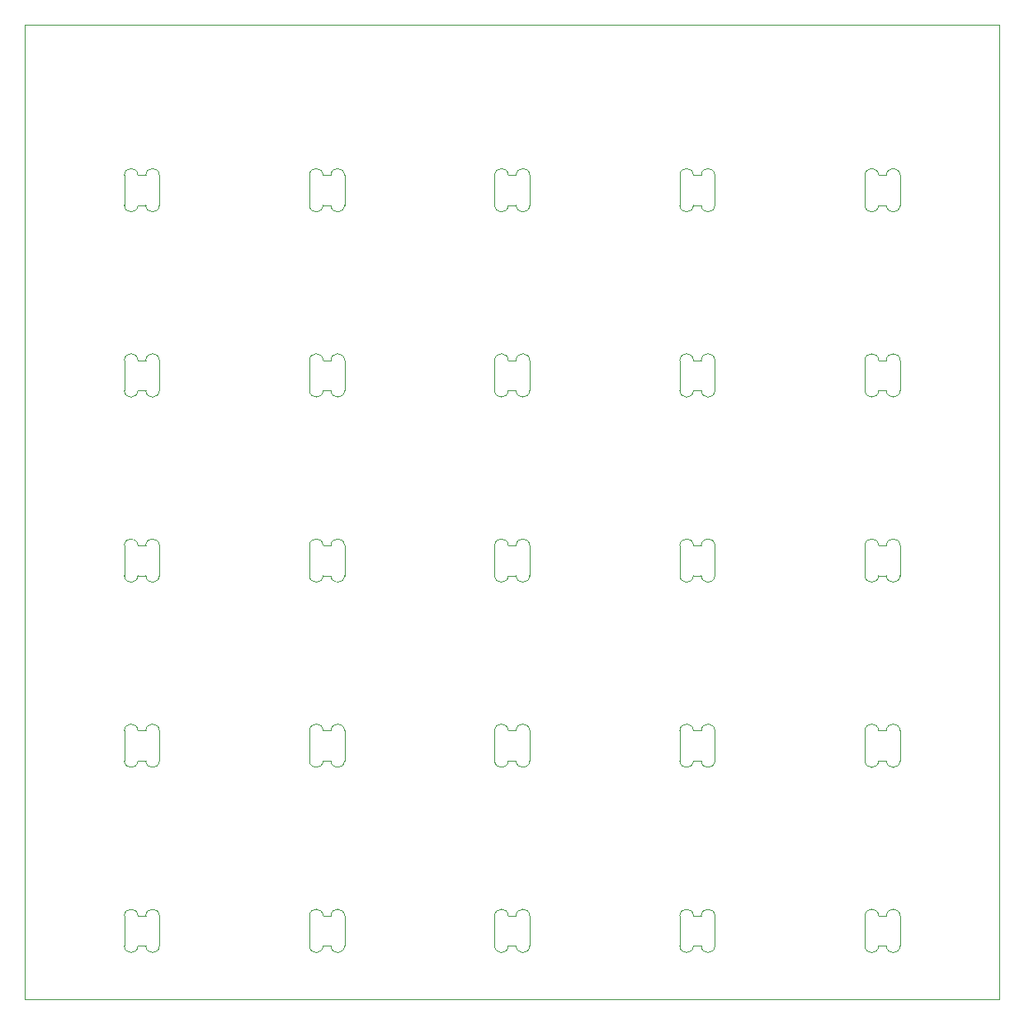
<source format=gm1>
G04 #@! TF.GenerationSoftware,KiCad,Pcbnew,(6.0.5)*
G04 #@! TF.CreationDate,2022-06-26T21:28:20+02:00*
G04 #@! TF.ProjectId,5x5x2-part1,35783578-322d-4706-9172-74312e6b6963,rev?*
G04 #@! TF.SameCoordinates,Original*
G04 #@! TF.FileFunction,Profile,NP*
%FSLAX46Y46*%
G04 Gerber Fmt 4.6, Leading zero omitted, Abs format (unit mm)*
G04 Created by KiCad (PCBNEW (6.0.5)) date 2022-06-26 21:28:20*
%MOMM*%
%LPD*%
G01*
G04 APERTURE LIST*
G04 #@! TA.AperFunction,Profile*
%ADD10C,0.100000*%
G04 #@! TD*
G04 #@! TA.AperFunction,Profile*
%ADD11C,0.120000*%
G04 #@! TD*
G04 APERTURE END LIST*
D10*
X36000000Y-38000000D02*
X136000000Y-38000000D01*
X36000000Y-138000000D02*
X36000000Y-38000000D01*
X136000000Y-138000000D02*
X36000000Y-138000000D01*
X136000000Y-38000000D02*
X136000000Y-138000000D01*
D11*
X103200000Y-94550000D02*
X103200000Y-91450000D01*
X106800000Y-91450000D02*
X106800000Y-94550000D01*
X105400000Y-94550000D02*
X104600000Y-94550000D01*
X104600000Y-91450000D02*
X105400000Y-91450000D01*
X104600000Y-91450000D02*
G75*
G03*
X103200000Y-91450000I-700000J-25056D01*
G01*
X103200000Y-94550000D02*
G75*
G03*
X104600000Y-94550000I700000J25056D01*
G01*
X105400000Y-94550000D02*
G75*
G03*
X106800000Y-94550000I700000J25056D01*
G01*
X106800000Y-91450000D02*
G75*
G03*
X105400000Y-91450000I-700000J-25056D01*
G01*
X125800000Y-129450000D02*
X125800000Y-132550000D01*
X124400000Y-132550000D02*
X123600000Y-132550000D01*
X122200000Y-132550000D02*
X122200000Y-129450000D01*
X123600000Y-129450000D02*
X124400000Y-129450000D01*
X125800000Y-129450000D02*
G75*
G03*
X124400000Y-129450000I-700000J-25056D01*
G01*
X123600000Y-129450000D02*
G75*
G03*
X122200000Y-129450000I-700000J-25056D01*
G01*
X124400000Y-132550000D02*
G75*
G03*
X125800000Y-132550000I700000J25056D01*
G01*
X122200000Y-132550000D02*
G75*
G03*
X123600000Y-132550000I700000J25056D01*
G01*
X84200000Y-132550000D02*
X84200000Y-129450000D01*
X85600000Y-129450000D02*
X86400000Y-129450000D01*
X86400000Y-132550000D02*
X85600000Y-132550000D01*
X87800000Y-129450000D02*
X87800000Y-132550000D01*
X86400000Y-132550000D02*
G75*
G03*
X87800000Y-132550000I700000J25056D01*
G01*
X87800000Y-129450000D02*
G75*
G03*
X86400000Y-129450000I-700000J-25056D01*
G01*
X84200000Y-132550000D02*
G75*
G03*
X85600000Y-132550000I700000J25056D01*
G01*
X85600000Y-129450000D02*
G75*
G03*
X84200000Y-129450000I-700000J-25056D01*
G01*
X123600000Y-110450000D02*
X124400000Y-110450000D01*
X125800000Y-110450000D02*
X125800000Y-113550000D01*
X122200000Y-113550000D02*
X122200000Y-110450000D01*
X124400000Y-113550000D02*
X123600000Y-113550000D01*
X122200000Y-113550000D02*
G75*
G03*
X123600000Y-113550000I700000J25056D01*
G01*
X125800000Y-110450000D02*
G75*
G03*
X124400000Y-110450000I-700000J-25056D01*
G01*
X124400000Y-113550000D02*
G75*
G03*
X125800000Y-113550000I700000J25056D01*
G01*
X123600000Y-110450000D02*
G75*
G03*
X122200000Y-110450000I-700000J-25056D01*
G01*
X49800000Y-129450000D02*
X49800000Y-132550000D01*
X47600000Y-129450000D02*
X48400000Y-129450000D01*
X48400000Y-132550000D02*
X47600000Y-132550000D01*
X46200000Y-132550000D02*
X46200000Y-129450000D01*
X47600000Y-129450000D02*
G75*
G03*
X46200000Y-129450000I-700000J-25056D01*
G01*
X49800000Y-129450000D02*
G75*
G03*
X48400000Y-129450000I-700000J-25056D01*
G01*
X46200000Y-132550000D02*
G75*
G03*
X47600000Y-132550000I700000J25056D01*
G01*
X48400000Y-132550000D02*
G75*
G03*
X49800000Y-132550000I700000J25056D01*
G01*
X106800000Y-129450000D02*
X106800000Y-132550000D01*
X105400000Y-132550000D02*
X104600000Y-132550000D01*
X104600000Y-129450000D02*
X105400000Y-129450000D01*
X103200000Y-132550000D02*
X103200000Y-129450000D01*
X105400000Y-132550000D02*
G75*
G03*
X106800000Y-132550000I700000J25056D01*
G01*
X104600000Y-129450000D02*
G75*
G03*
X103200000Y-129450000I-700000J-25056D01*
G01*
X106800000Y-129450000D02*
G75*
G03*
X105400000Y-129450000I-700000J-25056D01*
G01*
X103200000Y-132550000D02*
G75*
G03*
X104600000Y-132550000I700000J25056D01*
G01*
X106800000Y-72450000D02*
X106800000Y-75550000D01*
X103200000Y-75550000D02*
X103200000Y-72450000D01*
X104600000Y-72450000D02*
X105400000Y-72450000D01*
X105400000Y-75550000D02*
X104600000Y-75550000D01*
X103200000Y-75550000D02*
G75*
G03*
X104600000Y-75550000I700000J25056D01*
G01*
X104600000Y-72450000D02*
G75*
G03*
X103200000Y-72450000I-700000J-25056D01*
G01*
X105400000Y-75550000D02*
G75*
G03*
X106800000Y-75550000I700000J25056D01*
G01*
X106800000Y-72450000D02*
G75*
G03*
X105400000Y-72450000I-700000J-25056D01*
G01*
X49800000Y-110450000D02*
X49800000Y-113550000D01*
X47600000Y-110450000D02*
X48400000Y-110450000D01*
X46200000Y-113550000D02*
X46200000Y-110450000D01*
X48400000Y-113550000D02*
X47600000Y-113550000D01*
X47600000Y-110450000D02*
G75*
G03*
X46200000Y-110450000I-700000J-25056D01*
G01*
X46200000Y-113550000D02*
G75*
G03*
X47600000Y-113550000I700000J25056D01*
G01*
X48400000Y-113550000D02*
G75*
G03*
X49800000Y-113550000I700000J25056D01*
G01*
X49800000Y-110450000D02*
G75*
G03*
X48400000Y-110450000I-700000J-25056D01*
G01*
X67400000Y-94550000D02*
X66600000Y-94550000D01*
X65200000Y-94550000D02*
X65200000Y-91450000D01*
X66600000Y-91450000D02*
X67400000Y-91450000D01*
X68800000Y-91450000D02*
X68800000Y-94550000D01*
X68800000Y-91450000D02*
G75*
G03*
X67400000Y-91450000I-700000J-25056D01*
G01*
X66600000Y-91450000D02*
G75*
G03*
X65200000Y-91450000I-700000J-25056D01*
G01*
X67400000Y-94550000D02*
G75*
G03*
X68800000Y-94550000I700000J25056D01*
G01*
X65200000Y-94550000D02*
G75*
G03*
X66600000Y-94550000I700000J25056D01*
G01*
X66600000Y-53450000D02*
X67400000Y-53450000D01*
X65200000Y-56550000D02*
X65200000Y-53450000D01*
X67400000Y-56550000D02*
X66600000Y-56550000D01*
X68800000Y-53450000D02*
X68800000Y-56550000D01*
X67400000Y-56550000D02*
G75*
G03*
X68800000Y-56550000I700000J25056D01*
G01*
X66600000Y-53450000D02*
G75*
G03*
X65200000Y-53450000I-700000J-25056D01*
G01*
X68800000Y-53450000D02*
G75*
G03*
X67400000Y-53450000I-700000J-25056D01*
G01*
X65200000Y-56550000D02*
G75*
G03*
X66600000Y-56550000I700000J25056D01*
G01*
X65200000Y-113550000D02*
X65200000Y-110450000D01*
X68800000Y-110450000D02*
X68800000Y-113550000D01*
X66600000Y-110450000D02*
X67400000Y-110450000D01*
X67400000Y-113550000D02*
X66600000Y-113550000D01*
X66600000Y-110450000D02*
G75*
G03*
X65200000Y-110450000I-700000J-25056D01*
G01*
X67400000Y-113550000D02*
G75*
G03*
X68800000Y-113550000I700000J25056D01*
G01*
X68800000Y-110450000D02*
G75*
G03*
X67400000Y-110450000I-700000J-25056D01*
G01*
X65200000Y-113550000D02*
G75*
G03*
X66600000Y-113550000I700000J25056D01*
G01*
X104600000Y-53450000D02*
X105400000Y-53450000D01*
X105400000Y-56550000D02*
X104600000Y-56550000D01*
X103200000Y-56550000D02*
X103200000Y-53450000D01*
X106800000Y-53450000D02*
X106800000Y-56550000D01*
X105400000Y-56550000D02*
G75*
G03*
X106800000Y-56550000I700000J25056D01*
G01*
X103200000Y-56550000D02*
G75*
G03*
X104600000Y-56550000I700000J25056D01*
G01*
X104600000Y-53450000D02*
G75*
G03*
X103200000Y-53450000I-700000J-25056D01*
G01*
X106800000Y-53450000D02*
G75*
G03*
X105400000Y-53450000I-700000J-25056D01*
G01*
X86400000Y-113550000D02*
X85600000Y-113550000D01*
X84200000Y-113550000D02*
X84200000Y-110450000D01*
X87800000Y-110450000D02*
X87800000Y-113550000D01*
X85600000Y-110450000D02*
X86400000Y-110450000D01*
X86400000Y-113550000D02*
G75*
G03*
X87800000Y-113550000I700000J25056D01*
G01*
X84200000Y-113550000D02*
G75*
G03*
X85600000Y-113550000I700000J25056D01*
G01*
X87800000Y-110450000D02*
G75*
G03*
X86400000Y-110450000I-700000J-25056D01*
G01*
X85600000Y-110450000D02*
G75*
G03*
X84200000Y-110450000I-700000J-25056D01*
G01*
X103200000Y-113550000D02*
X103200000Y-110450000D01*
X105400000Y-113550000D02*
X104600000Y-113550000D01*
X106800000Y-110450000D02*
X106800000Y-113550000D01*
X104600000Y-110450000D02*
X105400000Y-110450000D01*
X106800000Y-110450000D02*
G75*
G03*
X105400000Y-110450000I-700000J-25056D01*
G01*
X103200000Y-113550000D02*
G75*
G03*
X104600000Y-113550000I700000J25056D01*
G01*
X105400000Y-113550000D02*
G75*
G03*
X106800000Y-113550000I700000J25056D01*
G01*
X104600000Y-110450000D02*
G75*
G03*
X103200000Y-110450000I-700000J-25056D01*
G01*
X49800000Y-53450000D02*
X49800000Y-56550000D01*
X46200000Y-56550000D02*
X46200000Y-53450000D01*
X47600000Y-53450000D02*
X48400000Y-53450000D01*
X48400000Y-56550000D02*
X47600000Y-56550000D01*
X48400000Y-56550000D02*
G75*
G03*
X49800000Y-56550000I700000J25056D01*
G01*
X46200000Y-56550000D02*
G75*
G03*
X47600000Y-56550000I700000J25056D01*
G01*
X49800000Y-53450000D02*
G75*
G03*
X48400000Y-53450000I-700000J-25056D01*
G01*
X47600000Y-53450000D02*
G75*
G03*
X46200000Y-53450000I-700000J-25056D01*
G01*
X124400000Y-75550000D02*
X123600000Y-75550000D01*
X125800000Y-72450000D02*
X125800000Y-75550000D01*
X123600000Y-72450000D02*
X124400000Y-72450000D01*
X122200000Y-75550000D02*
X122200000Y-72450000D01*
X124400000Y-75550000D02*
G75*
G03*
X125800000Y-75550000I700000J25056D01*
G01*
X122200000Y-75550000D02*
G75*
G03*
X123600000Y-75550000I700000J25056D01*
G01*
X125800000Y-72450000D02*
G75*
G03*
X124400000Y-72450000I-700000J-25056D01*
G01*
X123600000Y-72450000D02*
G75*
G03*
X122200000Y-72450000I-700000J-25056D01*
G01*
X84200000Y-94550000D02*
X84200000Y-91450000D01*
X85600000Y-91450000D02*
X86400000Y-91450000D01*
X87800000Y-91450000D02*
X87800000Y-94550000D01*
X86400000Y-94550000D02*
X85600000Y-94550000D01*
X86400000Y-94550000D02*
G75*
G03*
X87800000Y-94550000I700000J25056D01*
G01*
X84200000Y-94550000D02*
G75*
G03*
X85600000Y-94550000I700000J25056D01*
G01*
X87800000Y-91450000D02*
G75*
G03*
X86400000Y-91450000I-700000J-25056D01*
G01*
X85600000Y-91450000D02*
G75*
G03*
X84200000Y-91450000I-700000J-25056D01*
G01*
X68800000Y-72450000D02*
X68800000Y-75550000D01*
X66600000Y-72450000D02*
X67400000Y-72450000D01*
X65200000Y-75550000D02*
X65200000Y-72450000D01*
X67400000Y-75550000D02*
X66600000Y-75550000D01*
X65200000Y-75550000D02*
G75*
G03*
X66600000Y-75550000I700000J25056D01*
G01*
X67400000Y-75550000D02*
G75*
G03*
X68800000Y-75550000I700000J25056D01*
G01*
X68800000Y-72450000D02*
G75*
G03*
X67400000Y-72450000I-700000J-25056D01*
G01*
X66600000Y-72450000D02*
G75*
G03*
X65200000Y-72450000I-700000J-25056D01*
G01*
X49800000Y-72450000D02*
X49800000Y-75550000D01*
X48400000Y-75550000D02*
X47600000Y-75550000D01*
X47600000Y-72450000D02*
X48400000Y-72450000D01*
X46200000Y-75550000D02*
X46200000Y-72450000D01*
X47600000Y-72450000D02*
G75*
G03*
X46200000Y-72450000I-700000J-25056D01*
G01*
X48400000Y-75550000D02*
G75*
G03*
X49800000Y-75550000I700000J25056D01*
G01*
X46200000Y-75550000D02*
G75*
G03*
X47600000Y-75550000I700000J25056D01*
G01*
X49800000Y-72450000D02*
G75*
G03*
X48400000Y-72450000I-700000J-25056D01*
G01*
X85600000Y-53450000D02*
X86400000Y-53450000D01*
X84200000Y-56550000D02*
X84200000Y-53450000D01*
X87800000Y-53450000D02*
X87800000Y-56550000D01*
X86400000Y-56550000D02*
X85600000Y-56550000D01*
X85600000Y-53450000D02*
G75*
G03*
X84200000Y-53450000I-700000J-25056D01*
G01*
X86400000Y-56550000D02*
G75*
G03*
X87800000Y-56550000I700000J25056D01*
G01*
X84200000Y-56550000D02*
G75*
G03*
X85600000Y-56550000I700000J25056D01*
G01*
X87800000Y-53450000D02*
G75*
G03*
X86400000Y-53450000I-700000J-25056D01*
G01*
X124400000Y-94550000D02*
X123600000Y-94550000D01*
X122200000Y-94550000D02*
X122200000Y-91450000D01*
X125800000Y-91450000D02*
X125800000Y-94550000D01*
X123600000Y-91450000D02*
X124400000Y-91450000D01*
X122200000Y-94550000D02*
G75*
G03*
X123600000Y-94550000I700000J25056D01*
G01*
X125800000Y-91450000D02*
G75*
G03*
X124400000Y-91450000I-700000J-25056D01*
G01*
X124400000Y-94550000D02*
G75*
G03*
X125800000Y-94550000I700000J25056D01*
G01*
X123600000Y-91450000D02*
G75*
G03*
X122200000Y-91450000I-700000J-25056D01*
G01*
X86400000Y-75550000D02*
X85600000Y-75550000D01*
X84200000Y-75550000D02*
X84200000Y-72450000D01*
X87800000Y-72450000D02*
X87800000Y-75550000D01*
X85600000Y-72450000D02*
X86400000Y-72450000D01*
X85600000Y-72450000D02*
G75*
G03*
X84200000Y-72450000I-700000J-25056D01*
G01*
X84200000Y-75550000D02*
G75*
G03*
X85600000Y-75550000I700000J25056D01*
G01*
X87800000Y-72450000D02*
G75*
G03*
X86400000Y-72450000I-700000J-25056D01*
G01*
X86400000Y-75550000D02*
G75*
G03*
X87800000Y-75550000I700000J25056D01*
G01*
X123600000Y-53450000D02*
X124400000Y-53450000D01*
X124400000Y-56550000D02*
X123600000Y-56550000D01*
X125800000Y-53450000D02*
X125800000Y-56550000D01*
X122200000Y-56550000D02*
X122200000Y-53450000D01*
X125800000Y-53450000D02*
G75*
G03*
X124400000Y-53450000I-700000J-25056D01*
G01*
X123600000Y-53450000D02*
G75*
G03*
X122200000Y-53450000I-700000J-25056D01*
G01*
X124400000Y-56550000D02*
G75*
G03*
X125800000Y-56550000I700000J25056D01*
G01*
X122200000Y-56550000D02*
G75*
G03*
X123600000Y-56550000I700000J25056D01*
G01*
X68800000Y-129450000D02*
X68800000Y-132550000D01*
X65200000Y-132550000D02*
X65200000Y-129450000D01*
X67400000Y-132550000D02*
X66600000Y-132550000D01*
X66600000Y-129450000D02*
X67400000Y-129450000D01*
X66600000Y-129450000D02*
G75*
G03*
X65200000Y-129450000I-700000J-25056D01*
G01*
X65200000Y-132550000D02*
G75*
G03*
X66600000Y-132550000I700000J25056D01*
G01*
X68800000Y-129450000D02*
G75*
G03*
X67400000Y-129450000I-700000J-25056D01*
G01*
X67400000Y-132550000D02*
G75*
G03*
X68800000Y-132550000I700000J25056D01*
G01*
X47600000Y-91450000D02*
X48400000Y-91450000D01*
X48400000Y-94550000D02*
X47600000Y-94550000D01*
X49800000Y-91450000D02*
X49800000Y-94550000D01*
X46200000Y-94550000D02*
X46200000Y-91450000D01*
X46200000Y-94550000D02*
G75*
G03*
X47600000Y-94550000I700000J25056D01*
G01*
X48400000Y-94550000D02*
G75*
G03*
X49800000Y-94550000I700000J25056D01*
G01*
X47600000Y-91450000D02*
G75*
G03*
X46200000Y-91450000I-700000J-25056D01*
G01*
X49800000Y-91450000D02*
G75*
G03*
X48400000Y-91450000I-700000J-25056D01*
G01*
M02*

</source>
